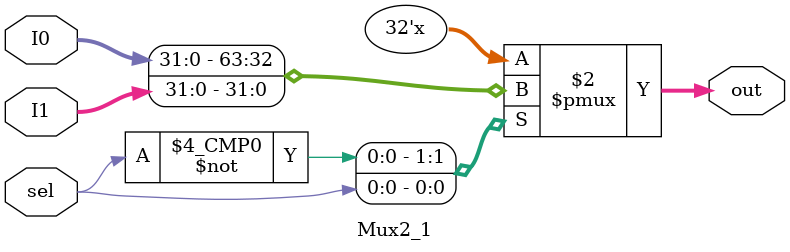
<source format=sv>
module Mux2_1(
    I0,
    I1,
    sel,
    out
);

input [31:0] I0,I1;
input sel;
output logic [31:0] out;

always_comb begin
    unique case(sel)
        1'b0: out=I0;
        1'b1: out=I1;
    endcase
end

endmodule

</source>
